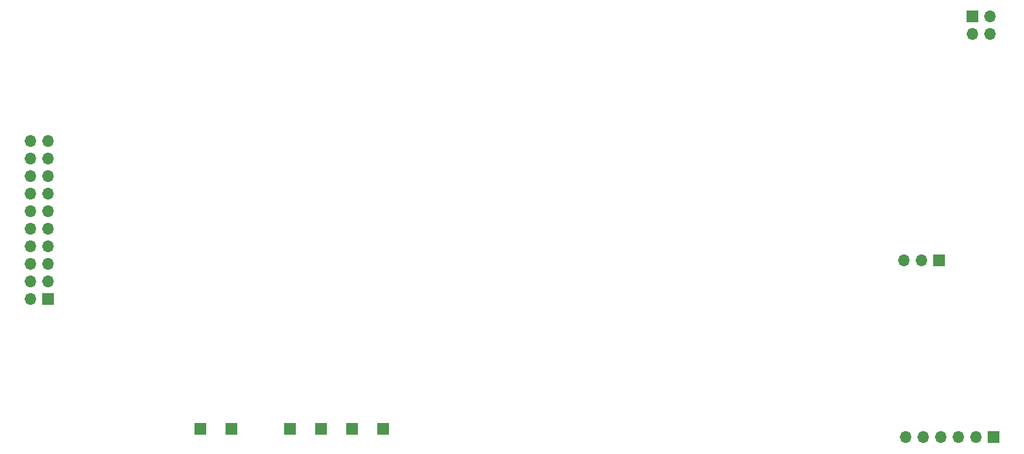
<source format=gbr>
%TF.GenerationSoftware,KiCad,Pcbnew,8.0.1*%
%TF.CreationDate,2024-04-26T19:22:48+02:00*%
%TF.ProjectId,MVBMS_Test_FT24,4d56424d-535f-4546-9573-745f46543234,rev?*%
%TF.SameCoordinates,Original*%
%TF.FileFunction,Soldermask,Bot*%
%TF.FilePolarity,Negative*%
%FSLAX46Y46*%
G04 Gerber Fmt 4.6, Leading zero omitted, Abs format (unit mm)*
G04 Created by KiCad (PCBNEW 8.0.1) date 2024-04-26 19:22:48*
%MOMM*%
%LPD*%
G01*
G04 APERTURE LIST*
%ADD10R,1.700000X1.700000*%
%ADD11O,1.700000X1.700000*%
G04 APERTURE END LIST*
D10*
%TO.C,TP11*%
X161500000Y-185300000D03*
%TD*%
%TO.C,J2*%
X255300000Y-160900000D03*
D11*
X252760000Y-160900000D03*
X250220000Y-160900000D03*
%TD*%
D10*
%TO.C,J3*%
X126500000Y-166460000D03*
D11*
X123960000Y-166460000D03*
X126500000Y-163920000D03*
X123960000Y-163920000D03*
X126500000Y-161380000D03*
X123960000Y-161380000D03*
X126500000Y-158840000D03*
X123960000Y-158840000D03*
X126500000Y-156300000D03*
X123960000Y-156300000D03*
X126500000Y-153760000D03*
X123960000Y-153760000D03*
X126500000Y-151220000D03*
X123960000Y-151220000D03*
X126500000Y-148680000D03*
X123960000Y-148680000D03*
X126500000Y-146140000D03*
X123960000Y-146140000D03*
X126500000Y-143600000D03*
X123960000Y-143600000D03*
%TD*%
D10*
%TO.C,TP1*%
X166000000Y-185300000D03*
%TD*%
%TO.C,TP10*%
X170500000Y-185300000D03*
%TD*%
%TO.C,TP12*%
X148500000Y-185300000D03*
%TD*%
%TO.C,J4*%
X260100000Y-125600000D03*
D11*
X262640000Y-125600000D03*
X260100000Y-128140000D03*
X262640000Y-128140000D03*
%TD*%
D10*
%TO.C,TP13*%
X153000000Y-185300000D03*
%TD*%
%TO.C,TP9*%
X175000000Y-185300000D03*
%TD*%
%TO.C,J1*%
X263200000Y-186500000D03*
D11*
X260660000Y-186500000D03*
X258120000Y-186500000D03*
X255580000Y-186500000D03*
X253040000Y-186500000D03*
X250500000Y-186500000D03*
%TD*%
M02*

</source>
